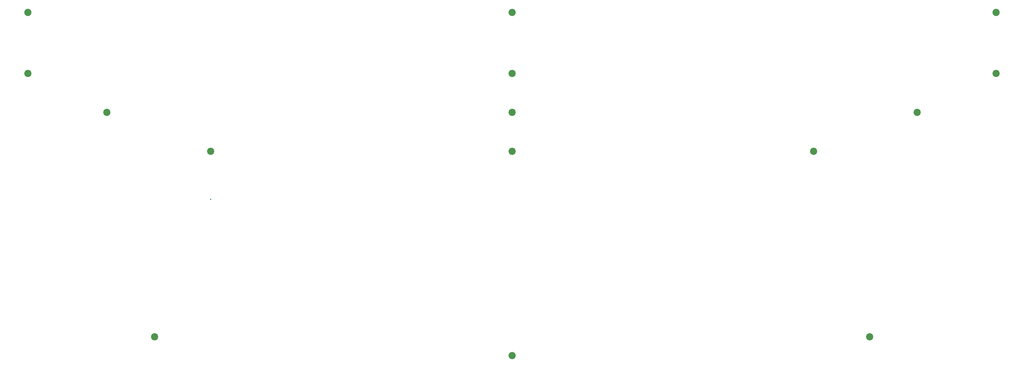
<source format=gbr>
%TF.GenerationSoftware,KiCad,Pcbnew,8.0.2*%
%TF.CreationDate,2025-01-03T00:10:41-05:00*%
%TF.ProjectId,discipline-pcb,64697363-6970-46c6-996e-652d7063622e,rev?*%
%TF.SameCoordinates,Original*%
%TF.FileFunction,Plated,1,2,PTH,Drill*%
%TF.FilePolarity,Positive*%
%FSLAX46Y46*%
G04 Gerber Fmt 4.6, Leading zero omitted, Abs format (unit mm)*
G04 Created by KiCad (PCBNEW 8.0.2) date 2025-01-03 00:10:41*
%MOMM*%
%LPD*%
G01*
G04 APERTURE LIST*
%TA.AperFunction,ViaDrill*%
%ADD10C,0.400000*%
%TD*%
%TA.AperFunction,ComponentDrill*%
%ADD11C,2.200000*%
%TD*%
G04 APERTURE END LIST*
D10*
X113753900Y-119024400D03*
D11*
%TO.C,REF\u002A\u002A*%
X57766382Y-61694750D03*
X57766382Y-80444750D03*
X81973322Y-92373872D03*
X96565888Y-161146960D03*
X113754723Y-104302994D03*
X206213345Y-61694750D03*
X206213345Y-80444750D03*
X206213345Y-92373872D03*
X206213345Y-104302994D03*
%TO.C,H1*%
X206213345Y-166958110D03*
%TO.C,REF\u002A\u002A*%
X298671968Y-104302994D03*
X315860803Y-161146960D03*
X330453369Y-92373872D03*
X354660309Y-61694750D03*
X354660309Y-80444750D03*
M02*

</source>
